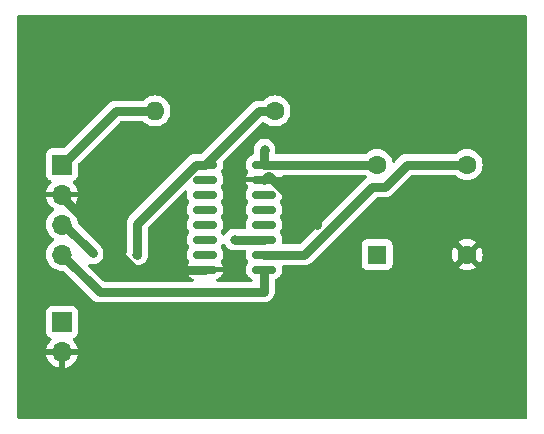
<source format=gbr>
%TF.GenerationSoftware,KiCad,Pcbnew,8.0.3*%
%TF.CreationDate,2024-12-07T17:37:54-06:00*%
%TF.ProjectId,XVI Overclock,58564920-4f76-4657-9263-6c6f636b2e6b,rev?*%
%TF.SameCoordinates,Original*%
%TF.FileFunction,Copper,L1,Top*%
%TF.FilePolarity,Positive*%
%FSLAX46Y46*%
G04 Gerber Fmt 4.6, Leading zero omitted, Abs format (unit mm)*
G04 Created by KiCad (PCBNEW 8.0.3) date 2024-12-07 17:37:54*
%MOMM*%
%LPD*%
G01*
G04 APERTURE LIST*
G04 Aperture macros list*
%AMRoundRect*
0 Rectangle with rounded corners*
0 $1 Rounding radius*
0 $2 $3 $4 $5 $6 $7 $8 $9 X,Y pos of 4 corners*
0 Add a 4 corners polygon primitive as box body*
4,1,4,$2,$3,$4,$5,$6,$7,$8,$9,$2,$3,0*
0 Add four circle primitives for the rounded corners*
1,1,$1+$1,$2,$3*
1,1,$1+$1,$4,$5*
1,1,$1+$1,$6,$7*
1,1,$1+$1,$8,$9*
0 Add four rect primitives between the rounded corners*
20,1,$1+$1,$2,$3,$4,$5,0*
20,1,$1+$1,$4,$5,$6,$7,0*
20,1,$1+$1,$6,$7,$8,$9,0*
20,1,$1+$1,$8,$9,$2,$3,0*%
G04 Aperture macros list end*
%TA.AperFunction,SMDPad,CuDef*%
%ADD10RoundRect,0.150000X-0.850000X-0.150000X0.850000X-0.150000X0.850000X0.150000X-0.850000X0.150000X0*%
%TD*%
%TA.AperFunction,ComponentPad*%
%ADD11C,1.600000*%
%TD*%
%TA.AperFunction,ComponentPad*%
%ADD12R,1.600000X1.600000*%
%TD*%
%TA.AperFunction,SMDPad,CuDef*%
%ADD13O,1.700000X1.700000*%
%TD*%
%TA.AperFunction,SMDPad,CuDef*%
%ADD14R,1.700000X1.700000*%
%TD*%
%TA.AperFunction,ComponentPad*%
%ADD15O,1.600000X1.600000*%
%TD*%
%TA.AperFunction,ViaPad*%
%ADD16C,0.500000*%
%TD*%
%TA.AperFunction,ViaPad*%
%ADD17C,0.800000*%
%TD*%
%TA.AperFunction,Conductor*%
%ADD18C,0.750000*%
%TD*%
%TA.AperFunction,Conductor*%
%ADD19C,0.250000*%
%TD*%
G04 APERTURE END LIST*
D10*
%TO.P,IC1,16*%
%TO.N,/A*%
X151090000Y-99060000D03*
%TO.P,IC1,15*%
%TO.N,/B*%
X151090000Y-100330000D03*
%TO.P,IC1,14*%
%TO.N,Net-(IC1-Pad14)*%
X151090000Y-101600000D03*
%TO.P,IC1,13*%
%TO.N,Net-(IC1-Pad13)*%
X151090000Y-102870000D03*
%TO.P,IC1,12*%
%TO.N,Net-(IC1-Pad12)*%
X151090000Y-104140000D03*
%TO.P,IC1,11*%
%TO.N,/C*%
X151090000Y-105410000D03*
%TO.P,IC1,10*%
%TO.N,Net-(IC1-Pad10)*%
X151090000Y-106680000D03*
%TO.P,IC1,9*%
%TO.N,/D*%
X151090000Y-107950000D03*
%TO.P,IC1,8*%
%TO.N,/B*%
X146090000Y-107950000D03*
%TO.P,IC1,7*%
%TO.N,Net-(IC1-Pad7)*%
X146090000Y-106680000D03*
%TO.P,IC1,6*%
%TO.N,Net-(IC1-Pad6)*%
X146090000Y-105410000D03*
%TO.P,IC1,5*%
%TO.N,Net-(IC1-Pad5)*%
X146090000Y-104140000D03*
%TO.P,IC1,4*%
%TO.N,Net-(IC1-Pad4)*%
X146090000Y-102870000D03*
%TO.P,IC1,3*%
%TO.N,Net-(IC1-Pad3)*%
X146090000Y-101600000D03*
%TO.P,IC1,2*%
%TO.N,Net-(IC1-Pad2)*%
X146090000Y-100330000D03*
%TO.P,IC1,1*%
%TO.N,Net-(IC1-Pad1)*%
X146090000Y-99060000D03*
%TD*%
D11*
%TO.P,X1,4*%
%TO.N,/B*%
X168275000Y-106680000D03*
%TO.P,X1,5*%
%TO.N,Net-(IC1-Pad10)*%
X168275000Y-99060000D03*
%TO.P,X1,8*%
%TO.N,/A*%
X160655000Y-99060000D03*
D12*
%TO.P,X1,1*%
%TO.N,Net-(X1-Pad1)*%
X160655000Y-106680000D03*
%TD*%
D13*
%TO.P,SW1,2*%
%TO.N,/B*%
X133985000Y-114935000D03*
D14*
%TO.P,SW1,1*%
%TO.N,Net-(IC1-Pad1)*%
X133985000Y-112395000D03*
%TD*%
D15*
%TO.P,R1,2*%
%TO.N,/A*%
X141845000Y-94525000D03*
D11*
%TO.P,R1,1*%
%TO.N,Net-(IC1-Pad1)*%
X152005000Y-94525000D03*
%TD*%
D13*
%TO.P,J1,4*%
%TO.N,/D*%
X133985000Y-106680000D03*
%TO.P,J1,3*%
%TO.N,/C*%
X133985000Y-104140000D03*
%TO.P,J1,2*%
%TO.N,/B*%
X133985000Y-101600000D03*
D14*
%TO.P,J1,1*%
%TO.N,/A*%
X133985000Y-99060000D03*
%TD*%
D16*
%TO.N,/A*%
X138520000Y-94525000D03*
D17*
%TO.N,/C*%
X136575000Y-106575000D03*
%TO.N,/A*%
X151130000Y-97790000D03*
%TO.N,/B*%
X155575000Y-104140000D03*
%TO.N,/C*%
X148590000Y-105410000D03*
%TO.N,/B*%
X142240000Y-107950000D03*
%TO.N,Net-(IC1-Pad1)*%
X140335000Y-106680000D03*
%TD*%
D18*
%TO.N,Net-(IC1-Pad1)*%
X150625000Y-94525000D02*
X146090000Y-99060000D01*
X152005000Y-94525000D02*
X150625000Y-94525000D01*
%TO.N,/A*%
X138520000Y-94525000D02*
X141845000Y-94525000D01*
X133985000Y-99060000D02*
X138520000Y-94525000D01*
%TO.N,/C*%
X134140000Y-104140000D02*
X136575000Y-106575000D01*
X133985000Y-104140000D02*
X134140000Y-104140000D01*
%TO.N,/A*%
X151090000Y-99060000D02*
X160655000Y-99060000D01*
X151090000Y-97830000D02*
X151130000Y-97790000D01*
X151090000Y-99060000D02*
X151090000Y-97830000D01*
D19*
%TO.N,/B*%
X155575000Y-104140000D02*
X155575000Y-104140000D01*
D18*
X151545322Y-100030000D02*
X155575000Y-104059678D01*
X155575000Y-104059678D02*
X155575000Y-104140000D01*
X151390000Y-100030000D02*
X151545322Y-100030000D01*
X151090000Y-100330000D02*
X151390000Y-100030000D01*
D19*
%TO.N,/C*%
X148590000Y-105410000D02*
X148590000Y-105410000D01*
D18*
X148590000Y-105410000D02*
X151090000Y-105410000D01*
%TO.N,Net-(IC1-Pad10)*%
X163195000Y-99060000D02*
X161290000Y-100965000D01*
X168275000Y-99060000D02*
X163195000Y-99060000D01*
X154478002Y-106680000D02*
X151090000Y-106680000D01*
X160193002Y-100965000D02*
X154478002Y-106680000D01*
X161290000Y-100965000D02*
X160193002Y-100965000D01*
D19*
%TO.N,/D*%
X151090000Y-109815000D02*
X151050000Y-109855000D01*
D18*
X151090000Y-107950000D02*
X151090000Y-109815000D01*
X137160000Y-109855000D02*
X133985000Y-106680000D01*
X151050000Y-109855000D02*
X137160000Y-109855000D01*
%TO.N,/B*%
X133985000Y-101773002D02*
X133985000Y-101600000D01*
X140161998Y-107950000D02*
X133985000Y-101773002D01*
X146090000Y-107950000D02*
X140161998Y-107950000D01*
D19*
%TO.N,Net-(IC1-Pad1)*%
X140335000Y-106680000D02*
X140335000Y-106680000D01*
D18*
X145334678Y-99060000D02*
X146090000Y-99060000D01*
X140335000Y-104059678D02*
X145334678Y-99060000D01*
X140335000Y-106680000D02*
X140335000Y-104059678D01*
%TD*%
%TA.AperFunction,Conductor*%
%TO.N,/B*%
G36*
X173272539Y-86405185D02*
G01*
X173318294Y-86457989D01*
X173329500Y-86509500D01*
X173329500Y-120500500D01*
X173309815Y-120567539D01*
X173257011Y-120613294D01*
X173205500Y-120624500D01*
X130324500Y-120624500D01*
X130257461Y-120604815D01*
X130211706Y-120552011D01*
X130200500Y-120500500D01*
X130200500Y-115185000D01*
X132654364Y-115185000D01*
X132711567Y-115398486D01*
X132711570Y-115398492D01*
X132811399Y-115612578D01*
X132946894Y-115806082D01*
X133113917Y-115973105D01*
X133307421Y-116108600D01*
X133521507Y-116208429D01*
X133521516Y-116208433D01*
X133735000Y-116265634D01*
X133735000Y-116265633D01*
X134235000Y-116265633D01*
X134448483Y-116208433D01*
X134448492Y-116208429D01*
X134662578Y-116108600D01*
X134856082Y-115973105D01*
X135023105Y-115806082D01*
X135158600Y-115612578D01*
X135258429Y-115398492D01*
X135258432Y-115398486D01*
X135315636Y-115185000D01*
X134235000Y-115185000D01*
X134235000Y-116265633D01*
X133735000Y-116265633D01*
X133735000Y-115185000D01*
X132654364Y-115185000D01*
X130200500Y-115185000D01*
X130200500Y-111496345D01*
X132626500Y-111496345D01*
X132626500Y-113293654D01*
X132633011Y-113354202D01*
X132633011Y-113354204D01*
X132684111Y-113491204D01*
X132771739Y-113608261D01*
X132888796Y-113695889D01*
X133018382Y-113744222D01*
X133074313Y-113786093D01*
X133098730Y-113851557D01*
X133083878Y-113919830D01*
X133062728Y-113948084D01*
X132946886Y-114063926D01*
X132811400Y-114257420D01*
X132811399Y-114257422D01*
X132711570Y-114471507D01*
X132711567Y-114471513D01*
X132654364Y-114684999D01*
X132654364Y-114685000D01*
X135315636Y-114685000D01*
X135315635Y-114684999D01*
X135258432Y-114471513D01*
X135258429Y-114471507D01*
X135158600Y-114257422D01*
X135158599Y-114257420D01*
X135023113Y-114063926D01*
X135023108Y-114063920D01*
X134907272Y-113948084D01*
X134873787Y-113886761D01*
X134878771Y-113817069D01*
X134920643Y-113761136D01*
X134951612Y-113744224D01*
X135081204Y-113695889D01*
X135198261Y-113608261D01*
X135285889Y-113491204D01*
X135336989Y-113354201D01*
X135340591Y-113320692D01*
X135343499Y-113293654D01*
X135343500Y-113293637D01*
X135343500Y-111496362D01*
X135343499Y-111496345D01*
X135340157Y-111465270D01*
X135336989Y-111435799D01*
X135285889Y-111298796D01*
X135198261Y-111181739D01*
X135081204Y-111094111D01*
X134944203Y-111043011D01*
X134883654Y-111036500D01*
X134883638Y-111036500D01*
X133086362Y-111036500D01*
X133086345Y-111036500D01*
X133025797Y-111043011D01*
X133025795Y-111043011D01*
X132888795Y-111094111D01*
X132771739Y-111181739D01*
X132684111Y-111298795D01*
X132633011Y-111435795D01*
X132633011Y-111435797D01*
X132626500Y-111496345D01*
X130200500Y-111496345D01*
X130200500Y-104139994D01*
X132621844Y-104139994D01*
X132621844Y-104140005D01*
X132640434Y-104364359D01*
X132640436Y-104364371D01*
X132695703Y-104582614D01*
X132786140Y-104788792D01*
X132909276Y-104977265D01*
X132909284Y-104977276D01*
X133061756Y-105142902D01*
X133061761Y-105142907D01*
X133078800Y-105156169D01*
X133239424Y-105281189D01*
X133239429Y-105281191D01*
X133239431Y-105281193D01*
X133275930Y-105300946D01*
X133325520Y-105350165D01*
X133340628Y-105418382D01*
X133316457Y-105483937D01*
X133275930Y-105519054D01*
X133239431Y-105538806D01*
X133239422Y-105538812D01*
X133061761Y-105677092D01*
X133061756Y-105677097D01*
X132909284Y-105842723D01*
X132909276Y-105842734D01*
X132786140Y-106031207D01*
X132695703Y-106237385D01*
X132640436Y-106455628D01*
X132640434Y-106455640D01*
X132621844Y-106679994D01*
X132621844Y-106680005D01*
X132640434Y-106904359D01*
X132640436Y-106904371D01*
X132695703Y-107122614D01*
X132786140Y-107328792D01*
X132909276Y-107517265D01*
X132909284Y-107517276D01*
X133061756Y-107682902D01*
X133061761Y-107682907D01*
X133083722Y-107700000D01*
X133239424Y-107821189D01*
X133239425Y-107821189D01*
X133239427Y-107821191D01*
X133366135Y-107889761D01*
X133437426Y-107928342D01*
X133650365Y-108001444D01*
X133872431Y-108038500D01*
X134042680Y-108038500D01*
X134109719Y-108058185D01*
X134130361Y-108074819D01*
X136596797Y-110541256D01*
X136596805Y-110541262D01*
X136681641Y-110597948D01*
X136681642Y-110597948D01*
X136741506Y-110637948D01*
X136741508Y-110637949D01*
X136741512Y-110637951D01*
X136835691Y-110676961D01*
X136835692Y-110676961D01*
X136902292Y-110704548D01*
X136930611Y-110710180D01*
X136930615Y-110710180D01*
X136930616Y-110710181D01*
X137072980Y-110738500D01*
X137072983Y-110738500D01*
X151137018Y-110738500D01*
X151137019Y-110738499D01*
X151307707Y-110704548D01*
X151468494Y-110637948D01*
X151613198Y-110541259D01*
X151736259Y-110418198D01*
X151776259Y-110378198D01*
X151872948Y-110233494D01*
X151939548Y-110072707D01*
X151973500Y-109902017D01*
X151973500Y-108869096D01*
X151993185Y-108802057D01*
X152045989Y-108756302D01*
X152062890Y-108750024D01*
X152203601Y-108709145D01*
X152346807Y-108624453D01*
X152464453Y-108506807D01*
X152549145Y-108363601D01*
X152595562Y-108203831D01*
X152598500Y-108166502D01*
X152598500Y-107733498D01*
X152595864Y-107700000D01*
X152595646Y-107697228D01*
X152610011Y-107628850D01*
X152659063Y-107579094D01*
X152719264Y-107563500D01*
X154565020Y-107563500D01*
X154565021Y-107563499D01*
X154735710Y-107529548D01*
X154896497Y-107462948D01*
X155041201Y-107366259D01*
X156576114Y-105831345D01*
X159346500Y-105831345D01*
X159346500Y-107528654D01*
X159353011Y-107589202D01*
X159353011Y-107589204D01*
X159394337Y-107700000D01*
X159404111Y-107726204D01*
X159491739Y-107843261D01*
X159608796Y-107930889D01*
X159745799Y-107981989D01*
X159773050Y-107984918D01*
X159806345Y-107988499D01*
X159806362Y-107988500D01*
X161503638Y-107988500D01*
X161503654Y-107988499D01*
X161530692Y-107985591D01*
X161564201Y-107981989D01*
X161701204Y-107930889D01*
X161818261Y-107843261D01*
X161905889Y-107726204D01*
X161956989Y-107589201D01*
X161962300Y-107539801D01*
X161963499Y-107528654D01*
X161963500Y-107528637D01*
X161963500Y-106679997D01*
X166970034Y-106679997D01*
X166970034Y-106680002D01*
X166989858Y-106906599D01*
X166989860Y-106906610D01*
X167048730Y-107126317D01*
X167048735Y-107126331D01*
X167144863Y-107332478D01*
X167195974Y-107405472D01*
X167875000Y-106726446D01*
X167875000Y-106732661D01*
X167902259Y-106834394D01*
X167954920Y-106925606D01*
X168029394Y-107000080D01*
X168120606Y-107052741D01*
X168222339Y-107080000D01*
X168228553Y-107080000D01*
X167549526Y-107759025D01*
X167622513Y-107810132D01*
X167622521Y-107810136D01*
X167828668Y-107906264D01*
X167828682Y-107906269D01*
X168048389Y-107965139D01*
X168048400Y-107965141D01*
X168274998Y-107984966D01*
X168275002Y-107984966D01*
X168501599Y-107965141D01*
X168501610Y-107965139D01*
X168721317Y-107906269D01*
X168721331Y-107906264D01*
X168927478Y-107810136D01*
X169000471Y-107759024D01*
X168321447Y-107080000D01*
X168327661Y-107080000D01*
X168429394Y-107052741D01*
X168520606Y-107000080D01*
X168595080Y-106925606D01*
X168647741Y-106834394D01*
X168675000Y-106732661D01*
X168675000Y-106726447D01*
X169354024Y-107405471D01*
X169405136Y-107332478D01*
X169501264Y-107126331D01*
X169501269Y-107126317D01*
X169560139Y-106906610D01*
X169560141Y-106906599D01*
X169579966Y-106680002D01*
X169579966Y-106679997D01*
X169560141Y-106453400D01*
X169560139Y-106453389D01*
X169501269Y-106233682D01*
X169501264Y-106233668D01*
X169405136Y-106027521D01*
X169405132Y-106027513D01*
X169354025Y-105954526D01*
X168675000Y-106633551D01*
X168675000Y-106627339D01*
X168647741Y-106525606D01*
X168595080Y-106434394D01*
X168520606Y-106359920D01*
X168429394Y-106307259D01*
X168327661Y-106280000D01*
X168321448Y-106280000D01*
X169000472Y-105600974D01*
X168927478Y-105549863D01*
X168721331Y-105453735D01*
X168721317Y-105453730D01*
X168501610Y-105394860D01*
X168501599Y-105394858D01*
X168275002Y-105375034D01*
X168274998Y-105375034D01*
X168048400Y-105394858D01*
X168048389Y-105394860D01*
X167828682Y-105453730D01*
X167828673Y-105453734D01*
X167622516Y-105549866D01*
X167622512Y-105549868D01*
X167549526Y-105600973D01*
X167549526Y-105600974D01*
X168228553Y-106280000D01*
X168222339Y-106280000D01*
X168120606Y-106307259D01*
X168029394Y-106359920D01*
X167954920Y-106434394D01*
X167902259Y-106525606D01*
X167875000Y-106627339D01*
X167875000Y-106633552D01*
X167195974Y-105954526D01*
X167195973Y-105954526D01*
X167144868Y-106027512D01*
X167144866Y-106027516D01*
X167048734Y-106233673D01*
X167048730Y-106233682D01*
X166989860Y-106453389D01*
X166989858Y-106453400D01*
X166970034Y-106679997D01*
X161963500Y-106679997D01*
X161963500Y-105831362D01*
X161963499Y-105831345D01*
X161958145Y-105781556D01*
X161956989Y-105770799D01*
X161905889Y-105633796D01*
X161818261Y-105516739D01*
X161701204Y-105429111D01*
X161672439Y-105418382D01*
X161564203Y-105378011D01*
X161503654Y-105371500D01*
X161503638Y-105371500D01*
X159806362Y-105371500D01*
X159806345Y-105371500D01*
X159745797Y-105378011D01*
X159745795Y-105378011D01*
X159608795Y-105429111D01*
X159491739Y-105516739D01*
X159404111Y-105633795D01*
X159353011Y-105770795D01*
X159353011Y-105770797D01*
X159346500Y-105831345D01*
X156576114Y-105831345D01*
X160522640Y-101884818D01*
X160583963Y-101851334D01*
X160610321Y-101848500D01*
X161377018Y-101848500D01*
X161377019Y-101848499D01*
X161547708Y-101814548D01*
X161708495Y-101747948D01*
X161853199Y-101651259D01*
X163524638Y-99979818D01*
X163585961Y-99946334D01*
X163612319Y-99943500D01*
X167256640Y-99943500D01*
X167323679Y-99963185D01*
X167344321Y-99979819D01*
X167430700Y-100066198D01*
X167618251Y-100197523D01*
X167743091Y-100255736D01*
X167825750Y-100294281D01*
X167825752Y-100294281D01*
X167825757Y-100294284D01*
X168046913Y-100353543D01*
X168209832Y-100367796D01*
X168274998Y-100373498D01*
X168275000Y-100373498D01*
X168275002Y-100373498D01*
X168332021Y-100368509D01*
X168503087Y-100353543D01*
X168724243Y-100294284D01*
X168931749Y-100197523D01*
X169119300Y-100066198D01*
X169281198Y-99904300D01*
X169412523Y-99716749D01*
X169509284Y-99509243D01*
X169568543Y-99288087D01*
X169588498Y-99060000D01*
X169568543Y-98831913D01*
X169509284Y-98610757D01*
X169412523Y-98403251D01*
X169281198Y-98215700D01*
X169119300Y-98053802D01*
X168931749Y-97922477D01*
X168931745Y-97922475D01*
X168724249Y-97825718D01*
X168724238Y-97825714D01*
X168503089Y-97766457D01*
X168503081Y-97766456D01*
X168275002Y-97746502D01*
X168274998Y-97746502D01*
X168046918Y-97766456D01*
X168046910Y-97766457D01*
X167825761Y-97825714D01*
X167825750Y-97825718D01*
X167618254Y-97922475D01*
X167618252Y-97922476D01*
X167547856Y-97971767D01*
X167430700Y-98053802D01*
X167430698Y-98053803D01*
X167430695Y-98053806D01*
X167344321Y-98140181D01*
X167282998Y-98173666D01*
X167256640Y-98176500D01*
X163107978Y-98176500D01*
X162937299Y-98210450D01*
X162937287Y-98210453D01*
X162776511Y-98277048D01*
X162631795Y-98373746D01*
X162147977Y-98857564D01*
X162086654Y-98891049D01*
X162016962Y-98886065D01*
X161961029Y-98844193D01*
X161940521Y-98801976D01*
X161936047Y-98785280D01*
X161889284Y-98610757D01*
X161792523Y-98403251D01*
X161661198Y-98215700D01*
X161499300Y-98053802D01*
X161311749Y-97922477D01*
X161311745Y-97922475D01*
X161104249Y-97825718D01*
X161104238Y-97825714D01*
X160883089Y-97766457D01*
X160883081Y-97766456D01*
X160655002Y-97746502D01*
X160654998Y-97746502D01*
X160426918Y-97766456D01*
X160426910Y-97766457D01*
X160205761Y-97825714D01*
X160205750Y-97825718D01*
X159998254Y-97922475D01*
X159998252Y-97922476D01*
X159927856Y-97971767D01*
X159810700Y-98053802D01*
X159810698Y-98053803D01*
X159810695Y-98053806D01*
X159724321Y-98140181D01*
X159662998Y-98173666D01*
X159636640Y-98176500D01*
X152130343Y-98176500D01*
X152063304Y-98156815D01*
X152017549Y-98104011D01*
X152007605Y-98034853D01*
X152012412Y-98014181D01*
X152023542Y-97979928D01*
X152043504Y-97790000D01*
X152023542Y-97600072D01*
X151964527Y-97418444D01*
X151869040Y-97253056D01*
X151741253Y-97111134D01*
X151586752Y-96998882D01*
X151412288Y-96921206D01*
X151412286Y-96921205D01*
X151225487Y-96881500D01*
X151034513Y-96881500D01*
X150847714Y-96921205D01*
X150673246Y-96998883D01*
X150518745Y-97111135D01*
X150390959Y-97253057D01*
X150295473Y-97418443D01*
X150295469Y-97418453D01*
X150265296Y-97511312D01*
X150261928Y-97520442D01*
X150240452Y-97572291D01*
X150240449Y-97572300D01*
X150206500Y-97742978D01*
X150206500Y-98140903D01*
X150186815Y-98207942D01*
X150134011Y-98253697D01*
X150117095Y-98259979D01*
X149976403Y-98300853D01*
X149976398Y-98300855D01*
X149833196Y-98385544D01*
X149833187Y-98385551D01*
X149715551Y-98503187D01*
X149715544Y-98503196D01*
X149630855Y-98646398D01*
X149630853Y-98646403D01*
X149584438Y-98806164D01*
X149584437Y-98806170D01*
X149581500Y-98843492D01*
X149581500Y-99276507D01*
X149584437Y-99313829D01*
X149584438Y-99313835D01*
X149630853Y-99473596D01*
X149630855Y-99473601D01*
X149715544Y-99616803D01*
X149720330Y-99622973D01*
X149718416Y-99624457D01*
X149746151Y-99675250D01*
X149741167Y-99744942D01*
X149726252Y-99771708D01*
X149726288Y-99771729D01*
X149725482Y-99773091D01*
X149722969Y-99777602D01*
X149722319Y-99778439D01*
X149638718Y-99919801D01*
X149592899Y-100077513D01*
X149592704Y-100079998D01*
X149592705Y-100080000D01*
X152587295Y-100080000D01*
X152587296Y-100079998D01*
X152587078Y-100077225D01*
X152601444Y-100008848D01*
X152650497Y-99959093D01*
X152710696Y-99943500D01*
X159636640Y-99943500D01*
X159703679Y-99963185D01*
X159724321Y-99979819D01*
X159758813Y-100014311D01*
X159792298Y-100075634D01*
X159787314Y-100145326D01*
X159745442Y-100201259D01*
X159740023Y-100205094D01*
X159629804Y-100278740D01*
X159629800Y-100278743D01*
X154148363Y-105760181D01*
X154087040Y-105793666D01*
X154060682Y-105796500D01*
X152719264Y-105796500D01*
X152652225Y-105776815D01*
X152606470Y-105724011D01*
X152595646Y-105662772D01*
X152598499Y-105626510D01*
X152598500Y-105626502D01*
X152598500Y-105193498D01*
X152595562Y-105156169D01*
X152549145Y-104996399D01*
X152476200Y-104873056D01*
X152464456Y-104853197D01*
X152462755Y-104851005D01*
X152461956Y-104848970D01*
X152460482Y-104846478D01*
X152460883Y-104846240D01*
X152437217Y-104785970D01*
X152450894Y-104717452D01*
X152462755Y-104698995D01*
X152464449Y-104696810D01*
X152464453Y-104696807D01*
X152549145Y-104553601D01*
X152586322Y-104425636D01*
X152595561Y-104393835D01*
X152595562Y-104393829D01*
X152595917Y-104389317D01*
X152598500Y-104356502D01*
X152598500Y-103923498D01*
X152595562Y-103886169D01*
X152571100Y-103801971D01*
X152549145Y-103726399D01*
X152549144Y-103726398D01*
X152531985Y-103697384D01*
X152498747Y-103641180D01*
X152464456Y-103583197D01*
X152462755Y-103581005D01*
X152461956Y-103578970D01*
X152460482Y-103576478D01*
X152460883Y-103576240D01*
X152437217Y-103515970D01*
X152450894Y-103447452D01*
X152462755Y-103428995D01*
X152464449Y-103426810D01*
X152464453Y-103426807D01*
X152549145Y-103283601D01*
X152595562Y-103123831D01*
X152598500Y-103086502D01*
X152598500Y-102653498D01*
X152595562Y-102616169D01*
X152549145Y-102456399D01*
X152515967Y-102400298D01*
X152464456Y-102313197D01*
X152462755Y-102311005D01*
X152461956Y-102308970D01*
X152460482Y-102306478D01*
X152460883Y-102306240D01*
X152437217Y-102245970D01*
X152450894Y-102177452D01*
X152462755Y-102158995D01*
X152464449Y-102156810D01*
X152464453Y-102156807D01*
X152549145Y-102013601D01*
X152595562Y-101853831D01*
X152598500Y-101816502D01*
X152598500Y-101383498D01*
X152595562Y-101346169D01*
X152574274Y-101272896D01*
X152549146Y-101186403D01*
X152549145Y-101186399D01*
X152464456Y-101043198D01*
X152464455Y-101043196D01*
X152459670Y-101037027D01*
X152461583Y-101035542D01*
X152433848Y-100984749D01*
X152438832Y-100915057D01*
X152453748Y-100888292D01*
X152453712Y-100888271D01*
X152454545Y-100886862D01*
X152457042Y-100882382D01*
X152457684Y-100881553D01*
X152541281Y-100740198D01*
X152587100Y-100582486D01*
X152587295Y-100580001D01*
X152587295Y-100580000D01*
X149592705Y-100580000D01*
X149592704Y-100580001D01*
X149592899Y-100582486D01*
X149638718Y-100740198D01*
X149722319Y-100881560D01*
X149722969Y-100882398D01*
X149723273Y-100883173D01*
X149726288Y-100888271D01*
X149725465Y-100888757D01*
X149748500Y-100947436D01*
X149734816Y-101015953D01*
X149719684Y-101036533D01*
X149720327Y-101037032D01*
X149715543Y-101043198D01*
X149630855Y-101186398D01*
X149630853Y-101186403D01*
X149584438Y-101346164D01*
X149584437Y-101346170D01*
X149581500Y-101383492D01*
X149581500Y-101816507D01*
X149584437Y-101853829D01*
X149584438Y-101853835D01*
X149630853Y-102013596D01*
X149630855Y-102013601D01*
X149715547Y-102156808D01*
X149717249Y-102159002D01*
X149718047Y-102161034D01*
X149719518Y-102163522D01*
X149719116Y-102163759D01*
X149742783Y-102224039D01*
X149729101Y-102292556D01*
X149717249Y-102310998D01*
X149715547Y-102313191D01*
X149630855Y-102456398D01*
X149630853Y-102456403D01*
X149584438Y-102616164D01*
X149584437Y-102616170D01*
X149581500Y-102653492D01*
X149581500Y-103086507D01*
X149584437Y-103123829D01*
X149584438Y-103123835D01*
X149630853Y-103283596D01*
X149630855Y-103283601D01*
X149715547Y-103426808D01*
X149717249Y-103429002D01*
X149718047Y-103431034D01*
X149719518Y-103433522D01*
X149719116Y-103433759D01*
X149742783Y-103494039D01*
X149729101Y-103562556D01*
X149717249Y-103580998D01*
X149715547Y-103583191D01*
X149630855Y-103726398D01*
X149630855Y-103726399D01*
X149584438Y-103886164D01*
X149584437Y-103886170D01*
X149581500Y-103923492D01*
X149581500Y-104356510D01*
X149584354Y-104392772D01*
X149569989Y-104461150D01*
X149520937Y-104510906D01*
X149460736Y-104526500D01*
X148816134Y-104526500D01*
X148790353Y-104523790D01*
X148685487Y-104501500D01*
X148494513Y-104501500D01*
X148307714Y-104541205D01*
X148133246Y-104618883D01*
X147978745Y-104731135D01*
X147850959Y-104873057D01*
X147771212Y-105011183D01*
X147720645Y-105059399D01*
X147652038Y-105072622D01*
X147587173Y-105046654D01*
X147553470Y-105002904D01*
X147553116Y-105003114D01*
X147551412Y-105000233D01*
X147550024Y-104998431D01*
X147549146Y-104996402D01*
X147549145Y-104996399D01*
X147476200Y-104873056D01*
X147464456Y-104853197D01*
X147462755Y-104851005D01*
X147461956Y-104848970D01*
X147460482Y-104846478D01*
X147460883Y-104846240D01*
X147437217Y-104785970D01*
X147450894Y-104717452D01*
X147462755Y-104698995D01*
X147464449Y-104696810D01*
X147464453Y-104696807D01*
X147549145Y-104553601D01*
X147586322Y-104425636D01*
X147595561Y-104393835D01*
X147595562Y-104393829D01*
X147595917Y-104389317D01*
X147598500Y-104356502D01*
X147598500Y-103923498D01*
X147595562Y-103886169D01*
X147571100Y-103801971D01*
X147549145Y-103726399D01*
X147549144Y-103726398D01*
X147531985Y-103697384D01*
X147498747Y-103641180D01*
X147464456Y-103583197D01*
X147462755Y-103581005D01*
X147461956Y-103578970D01*
X147460482Y-103576478D01*
X147460883Y-103576240D01*
X147437217Y-103515970D01*
X147450894Y-103447452D01*
X147462755Y-103428995D01*
X147464449Y-103426810D01*
X147464453Y-103426807D01*
X147549145Y-103283601D01*
X147595562Y-103123831D01*
X147598500Y-103086502D01*
X147598500Y-102653498D01*
X147595562Y-102616169D01*
X147549145Y-102456399D01*
X147515967Y-102400298D01*
X147464456Y-102313197D01*
X147462755Y-102311005D01*
X147461956Y-102308970D01*
X147460482Y-102306478D01*
X147460883Y-102306240D01*
X147437217Y-102245970D01*
X147450894Y-102177452D01*
X147462755Y-102158995D01*
X147464449Y-102156810D01*
X147464453Y-102156807D01*
X147549145Y-102013601D01*
X147595562Y-101853831D01*
X147598500Y-101816502D01*
X147598500Y-101383498D01*
X147595562Y-101346169D01*
X147574274Y-101272896D01*
X147549146Y-101186403D01*
X147549145Y-101186399D01*
X147515967Y-101130298D01*
X147464456Y-101043197D01*
X147462755Y-101041005D01*
X147461956Y-101038970D01*
X147460482Y-101036478D01*
X147460883Y-101036240D01*
X147437217Y-100975970D01*
X147450894Y-100907452D01*
X147462755Y-100888995D01*
X147464449Y-100886810D01*
X147464453Y-100886807D01*
X147549145Y-100743601D01*
X147595562Y-100583831D01*
X147598500Y-100546502D01*
X147598500Y-100113498D01*
X147595562Y-100076169D01*
X147592665Y-100066198D01*
X147549146Y-99916403D01*
X147549145Y-99916399D01*
X147491629Y-99819145D01*
X147464456Y-99773197D01*
X147462755Y-99771005D01*
X147461956Y-99768970D01*
X147460482Y-99766478D01*
X147460883Y-99766240D01*
X147437217Y-99705970D01*
X147450894Y-99637452D01*
X147462755Y-99618995D01*
X147464449Y-99616810D01*
X147464453Y-99616807D01*
X147549145Y-99473601D01*
X147595562Y-99313831D01*
X147598500Y-99276502D01*
X147598500Y-98852319D01*
X147618185Y-98785280D01*
X147634819Y-98764638D01*
X149146401Y-97253056D01*
X150926802Y-95472655D01*
X150988121Y-95439173D01*
X151057813Y-95444157D01*
X151102160Y-95472658D01*
X151160700Y-95531198D01*
X151348251Y-95662523D01*
X151473091Y-95720736D01*
X151555750Y-95759281D01*
X151555752Y-95759281D01*
X151555757Y-95759284D01*
X151776913Y-95818543D01*
X151939832Y-95832796D01*
X152004998Y-95838498D01*
X152005000Y-95838498D01*
X152005002Y-95838498D01*
X152062021Y-95833509D01*
X152233087Y-95818543D01*
X152454243Y-95759284D01*
X152661749Y-95662523D01*
X152849300Y-95531198D01*
X153011198Y-95369300D01*
X153142523Y-95181749D01*
X153239284Y-94974243D01*
X153298543Y-94753087D01*
X153318498Y-94525000D01*
X153298543Y-94296913D01*
X153239284Y-94075757D01*
X153142523Y-93868251D01*
X153011198Y-93680700D01*
X152849300Y-93518802D01*
X152661749Y-93387477D01*
X152661745Y-93387475D01*
X152454249Y-93290718D01*
X152454238Y-93290714D01*
X152233089Y-93231457D01*
X152233081Y-93231456D01*
X152005002Y-93211502D01*
X152004998Y-93211502D01*
X151776918Y-93231456D01*
X151776910Y-93231457D01*
X151555761Y-93290714D01*
X151555750Y-93290718D01*
X151348254Y-93387475D01*
X151348252Y-93387476D01*
X151348251Y-93387477D01*
X151160700Y-93518802D01*
X151160698Y-93518803D01*
X151160695Y-93518806D01*
X151074321Y-93605181D01*
X151012998Y-93638666D01*
X150986640Y-93641500D01*
X150537978Y-93641500D01*
X150367299Y-93675450D01*
X150367291Y-93675452D01*
X150206508Y-93742050D01*
X150206499Y-93742055D01*
X150061802Y-93838739D01*
X150061798Y-93838742D01*
X145760361Y-98140181D01*
X145699038Y-98173666D01*
X145672680Y-98176500D01*
X145247656Y-98176500D01*
X145076978Y-98210450D01*
X145076970Y-98210452D01*
X144916181Y-98277053D01*
X144771483Y-98373737D01*
X144771475Y-98373743D01*
X139648743Y-103496475D01*
X139648740Y-103496479D01*
X139552053Y-103641180D01*
X139552052Y-103641182D01*
X139516755Y-103726398D01*
X139516755Y-103726399D01*
X139485452Y-103801970D01*
X139485450Y-103801978D01*
X139451500Y-103972656D01*
X139451500Y-106439526D01*
X139445431Y-106477843D01*
X139441459Y-106490066D01*
X139441458Y-106490070D01*
X139441458Y-106490072D01*
X139421496Y-106680000D01*
X139441458Y-106869928D01*
X139441459Y-106869931D01*
X139500470Y-107051549D01*
X139500473Y-107051556D01*
X139595960Y-107216944D01*
X139620733Y-107244457D01*
X139719773Y-107354453D01*
X139723747Y-107358866D01*
X139878248Y-107471118D01*
X140052712Y-107548794D01*
X140239513Y-107588500D01*
X140430487Y-107588500D01*
X140617288Y-107548794D01*
X140791752Y-107471118D01*
X140946253Y-107358866D01*
X141074040Y-107216944D01*
X141169527Y-107051556D01*
X141228542Y-106869928D01*
X141248504Y-106680000D01*
X141228542Y-106490072D01*
X141224569Y-106477843D01*
X141218500Y-106439526D01*
X141218500Y-104476998D01*
X141238185Y-104409959D01*
X141254819Y-104389317D01*
X142786179Y-102857957D01*
X144371241Y-101272894D01*
X144432562Y-101239411D01*
X144502254Y-101244395D01*
X144558187Y-101286267D01*
X144582604Y-101351731D01*
X144582538Y-101370304D01*
X144581500Y-101383487D01*
X144581500Y-101816507D01*
X144584437Y-101853829D01*
X144584438Y-101853835D01*
X144630853Y-102013596D01*
X144630855Y-102013601D01*
X144715547Y-102156808D01*
X144717249Y-102159002D01*
X144718047Y-102161034D01*
X144719518Y-102163522D01*
X144719116Y-102163759D01*
X144742783Y-102224039D01*
X144729101Y-102292556D01*
X144717249Y-102310998D01*
X144715547Y-102313191D01*
X144630855Y-102456398D01*
X144630853Y-102456403D01*
X144584438Y-102616164D01*
X144584437Y-102616170D01*
X144581500Y-102653492D01*
X144581500Y-103086507D01*
X144584437Y-103123829D01*
X144584438Y-103123835D01*
X144630853Y-103283596D01*
X144630855Y-103283601D01*
X144715547Y-103426808D01*
X144717249Y-103429002D01*
X144718047Y-103431034D01*
X144719518Y-103433522D01*
X144719116Y-103433759D01*
X144742783Y-103494039D01*
X144729101Y-103562556D01*
X144717249Y-103580998D01*
X144715547Y-103583191D01*
X144630855Y-103726398D01*
X144630855Y-103726399D01*
X144584438Y-103886164D01*
X144584437Y-103886170D01*
X144581500Y-103923492D01*
X144581500Y-104356507D01*
X144584437Y-104393829D01*
X144584438Y-104393835D01*
X144630853Y-104553596D01*
X144630855Y-104553601D01*
X144715547Y-104696808D01*
X144717249Y-104699002D01*
X144718047Y-104701034D01*
X144719518Y-104703522D01*
X144719116Y-104703759D01*
X144742783Y-104764039D01*
X144729101Y-104832556D01*
X144717249Y-104850998D01*
X144715547Y-104853191D01*
X144630855Y-104996398D01*
X144630853Y-104996403D01*
X144584438Y-105156164D01*
X144584437Y-105156170D01*
X144581500Y-105193492D01*
X144581500Y-105626507D01*
X144584437Y-105663829D01*
X144584438Y-105663835D01*
X144630853Y-105823596D01*
X144630855Y-105823601D01*
X144715547Y-105966808D01*
X144717249Y-105969002D01*
X144718047Y-105971034D01*
X144719518Y-105973522D01*
X144719116Y-105973759D01*
X144742783Y-106034039D01*
X144729101Y-106102556D01*
X144717249Y-106120998D01*
X144715547Y-106123191D01*
X144630855Y-106266398D01*
X144630853Y-106266403D01*
X144584438Y-106426164D01*
X144584437Y-106426170D01*
X144581500Y-106463492D01*
X144581500Y-106896507D01*
X144584437Y-106933829D01*
X144584438Y-106933835D01*
X144630853Y-107093596D01*
X144630855Y-107093601D01*
X144715544Y-107236803D01*
X144720330Y-107242973D01*
X144718416Y-107244457D01*
X144746151Y-107295250D01*
X144741167Y-107364942D01*
X144726252Y-107391708D01*
X144726288Y-107391729D01*
X144725482Y-107393091D01*
X144722969Y-107397602D01*
X144722319Y-107398439D01*
X144638718Y-107539801D01*
X144592899Y-107697513D01*
X144592704Y-107699998D01*
X144592705Y-107700000D01*
X147587295Y-107700000D01*
X147587295Y-107699998D01*
X147587100Y-107697513D01*
X147541281Y-107539801D01*
X147457683Y-107398443D01*
X147457031Y-107397603D01*
X147456725Y-107396824D01*
X147453712Y-107391729D01*
X147454534Y-107391242D01*
X147431499Y-107332565D01*
X147445182Y-107264048D01*
X147460318Y-107243468D01*
X147459673Y-107242968D01*
X147464445Y-107236814D01*
X147464453Y-107236807D01*
X147549145Y-107093601D01*
X147595562Y-106933831D01*
X147598500Y-106896502D01*
X147598500Y-106463498D01*
X147595562Y-106426169D01*
X147583622Y-106385072D01*
X147549146Y-106266403D01*
X147549145Y-106266399D01*
X147510537Y-106201116D01*
X147464456Y-106123197D01*
X147462755Y-106121005D01*
X147461956Y-106118970D01*
X147460482Y-106116478D01*
X147460883Y-106116240D01*
X147437217Y-106055970D01*
X147450894Y-105987452D01*
X147462755Y-105968995D01*
X147464449Y-105966810D01*
X147464453Y-105966807D01*
X147549145Y-105823601D01*
X147549148Y-105823590D01*
X147550022Y-105821573D01*
X147551135Y-105820234D01*
X147553116Y-105816886D01*
X147553656Y-105817205D01*
X147594711Y-105767863D01*
X147661343Y-105746841D01*
X147728763Y-105765179D01*
X147771211Y-105808814D01*
X147850960Y-105946944D01*
X147978747Y-106088866D01*
X148133248Y-106201118D01*
X148307712Y-106278794D01*
X148494513Y-106318500D01*
X148685487Y-106318500D01*
X148790353Y-106296210D01*
X148816134Y-106293500D01*
X149460736Y-106293500D01*
X149527775Y-106313185D01*
X149573530Y-106365989D01*
X149584354Y-106427228D01*
X149581500Y-106463489D01*
X149581500Y-106896507D01*
X149584437Y-106933829D01*
X149584438Y-106933835D01*
X149630853Y-107093596D01*
X149630855Y-107093601D01*
X149715547Y-107236808D01*
X149717249Y-107239002D01*
X149718047Y-107241034D01*
X149719518Y-107243522D01*
X149719116Y-107243759D01*
X149742783Y-107304039D01*
X149729101Y-107372556D01*
X149717249Y-107390998D01*
X149715547Y-107393191D01*
X149630855Y-107536398D01*
X149630853Y-107536403D01*
X149584438Y-107696164D01*
X149584437Y-107696170D01*
X149581500Y-107733492D01*
X149581500Y-108166507D01*
X149584437Y-108203829D01*
X149584438Y-108203835D01*
X149630853Y-108363596D01*
X149630855Y-108363601D01*
X149715544Y-108506803D01*
X149715551Y-108506812D01*
X149833187Y-108624448D01*
X149833191Y-108624451D01*
X149833193Y-108624453D01*
X149976399Y-108709145D01*
X149994992Y-108714546D01*
X150042757Y-108728424D01*
X150101643Y-108766030D01*
X150130849Y-108829502D01*
X150121103Y-108898689D01*
X150075499Y-108951623D01*
X150008516Y-108971499D01*
X150008162Y-108971500D01*
X147141371Y-108971500D01*
X147074332Y-108951815D01*
X147028577Y-108899011D01*
X147018633Y-108829853D01*
X147047658Y-108766297D01*
X147106436Y-108728523D01*
X147106776Y-108728424D01*
X147200193Y-108701283D01*
X147200196Y-108701282D01*
X147341552Y-108617685D01*
X147341561Y-108617678D01*
X147457678Y-108501561D01*
X147457685Y-108501552D01*
X147541281Y-108360198D01*
X147587100Y-108202486D01*
X147587295Y-108200001D01*
X147587295Y-108200000D01*
X144592705Y-108200000D01*
X144592704Y-108200001D01*
X144592899Y-108202486D01*
X144638718Y-108360198D01*
X144722314Y-108501552D01*
X144722321Y-108501561D01*
X144838438Y-108617678D01*
X144838447Y-108617685D01*
X144979803Y-108701282D01*
X144979806Y-108701283D01*
X145073224Y-108728424D01*
X145132109Y-108766030D01*
X145161316Y-108829502D01*
X145151570Y-108898689D01*
X145105966Y-108951623D01*
X145038983Y-108971499D01*
X145038629Y-108971500D01*
X137577320Y-108971500D01*
X137510281Y-108951815D01*
X137489639Y-108935181D01*
X136214774Y-107660316D01*
X136181289Y-107598993D01*
X136186273Y-107529301D01*
X136228145Y-107473368D01*
X136293609Y-107448951D01*
X136328236Y-107451345D01*
X136431846Y-107473368D01*
X136479513Y-107483500D01*
X136670487Y-107483500D01*
X136857288Y-107443794D01*
X137031752Y-107366118D01*
X137186253Y-107253866D01*
X137314040Y-107111944D01*
X137409527Y-106946556D01*
X137468542Y-106764928D01*
X137488504Y-106575000D01*
X137468542Y-106385072D01*
X137409527Y-106203444D01*
X137314040Y-106038056D01*
X137186253Y-105896134D01*
X137086420Y-105823601D01*
X137045450Y-105793834D01*
X137030655Y-105781197D01*
X135376565Y-104127107D01*
X135343080Y-104065784D01*
X135340671Y-104049683D01*
X135329564Y-103915632D01*
X135274296Y-103697384D01*
X135183860Y-103491209D01*
X135060722Y-103302732D01*
X135060719Y-103302729D01*
X135060715Y-103302723D01*
X134908243Y-103137097D01*
X134908238Y-103137092D01*
X134730577Y-102998812D01*
X134730577Y-102998811D01*
X134687303Y-102975393D01*
X134637713Y-102926173D01*
X134622605Y-102857957D01*
X134646775Y-102792401D01*
X134675198Y-102764763D01*
X134856079Y-102638108D01*
X135023105Y-102471082D01*
X135158600Y-102277578D01*
X135258429Y-102063492D01*
X135258432Y-102063486D01*
X135315636Y-101850000D01*
X132654364Y-101850000D01*
X132711567Y-102063486D01*
X132711570Y-102063492D01*
X132811399Y-102277578D01*
X132946894Y-102471082D01*
X133113917Y-102638105D01*
X133294802Y-102764763D01*
X133338427Y-102819340D01*
X133345619Y-102888839D01*
X133314097Y-102951193D01*
X133282697Y-102975392D01*
X133239427Y-102998809D01*
X133239422Y-102998812D01*
X133061761Y-103137092D01*
X133061756Y-103137097D01*
X132909284Y-103302723D01*
X132909276Y-103302734D01*
X132786140Y-103491207D01*
X132695703Y-103697385D01*
X132640436Y-103915628D01*
X132640434Y-103915640D01*
X132621844Y-104139994D01*
X130200500Y-104139994D01*
X130200500Y-98161345D01*
X132626500Y-98161345D01*
X132626500Y-99958654D01*
X132633011Y-100019202D01*
X132633011Y-100019204D01*
X132674177Y-100129571D01*
X132684111Y-100156204D01*
X132771739Y-100273261D01*
X132865699Y-100343599D01*
X132878981Y-100353542D01*
X132888796Y-100360889D01*
X133018382Y-100409222D01*
X133074313Y-100451093D01*
X133098730Y-100516557D01*
X133083878Y-100584830D01*
X133062728Y-100613084D01*
X132946886Y-100728926D01*
X132811400Y-100922420D01*
X132811399Y-100922422D01*
X132711570Y-101136507D01*
X132711567Y-101136513D01*
X132654364Y-101349999D01*
X132654364Y-101350000D01*
X135315636Y-101350000D01*
X135315635Y-101349999D01*
X135258432Y-101136513D01*
X135258429Y-101136507D01*
X135158600Y-100922422D01*
X135158599Y-100922420D01*
X135023113Y-100728926D01*
X135023108Y-100728920D01*
X134907272Y-100613084D01*
X134873787Y-100551761D01*
X134878771Y-100482069D01*
X134920643Y-100426136D01*
X134951612Y-100409224D01*
X135081204Y-100360889D01*
X135198261Y-100273261D01*
X135285889Y-100156204D01*
X135336989Y-100019201D01*
X135341223Y-99979819D01*
X135343499Y-99958654D01*
X135343500Y-99958637D01*
X135343500Y-99002320D01*
X135363185Y-98935281D01*
X135379819Y-98914639D01*
X138849639Y-95444819D01*
X138910962Y-95411334D01*
X138937320Y-95408500D01*
X140826640Y-95408500D01*
X140893679Y-95428185D01*
X140914321Y-95444819D01*
X141000700Y-95531198D01*
X141188251Y-95662523D01*
X141313091Y-95720736D01*
X141395750Y-95759281D01*
X141395752Y-95759281D01*
X141395757Y-95759284D01*
X141616913Y-95818543D01*
X141779832Y-95832796D01*
X141844998Y-95838498D01*
X141845000Y-95838498D01*
X141845002Y-95838498D01*
X141902021Y-95833509D01*
X142073087Y-95818543D01*
X142294243Y-95759284D01*
X142501749Y-95662523D01*
X142689300Y-95531198D01*
X142851198Y-95369300D01*
X142982523Y-95181749D01*
X143079284Y-94974243D01*
X143138543Y-94753087D01*
X143158498Y-94525000D01*
X143138543Y-94296913D01*
X143079284Y-94075757D01*
X142982523Y-93868251D01*
X142851198Y-93680700D01*
X142689300Y-93518802D01*
X142501749Y-93387477D01*
X142501745Y-93387475D01*
X142294249Y-93290718D01*
X142294238Y-93290714D01*
X142073089Y-93231457D01*
X142073081Y-93231456D01*
X141845002Y-93211502D01*
X141844998Y-93211502D01*
X141616918Y-93231456D01*
X141616910Y-93231457D01*
X141395761Y-93290714D01*
X141395750Y-93290718D01*
X141188254Y-93387475D01*
X141188252Y-93387476D01*
X141188251Y-93387477D01*
X141000700Y-93518802D01*
X141000698Y-93518803D01*
X141000695Y-93518806D01*
X140914321Y-93605181D01*
X140852998Y-93638666D01*
X140826640Y-93641500D01*
X138432978Y-93641500D01*
X138262299Y-93675450D01*
X138262291Y-93675452D01*
X138101508Y-93742050D01*
X138101499Y-93742055D01*
X137956802Y-93838739D01*
X137956798Y-93838742D01*
X134130361Y-97665181D01*
X134069038Y-97698666D01*
X134042680Y-97701500D01*
X133086345Y-97701500D01*
X133025797Y-97708011D01*
X133025795Y-97708011D01*
X132888795Y-97759111D01*
X132771739Y-97846739D01*
X132684111Y-97963795D01*
X132633011Y-98100795D01*
X132633011Y-98100797D01*
X132626500Y-98161345D01*
X130200500Y-98161345D01*
X130200500Y-86509500D01*
X130220185Y-86442461D01*
X130272989Y-86396706D01*
X130324500Y-86385500D01*
X173205500Y-86385500D01*
X173272539Y-86405185D01*
G37*
%TD.AperFunction*%
%TD*%
M02*

</source>
